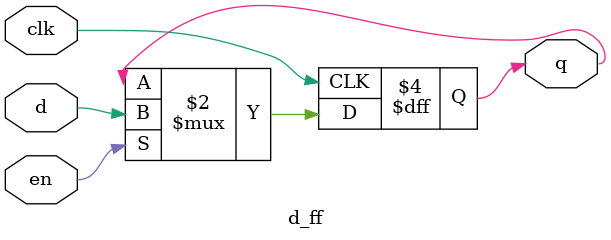
<source format=v>

`timescale 1ns / 1ps

module d_ff(
    input clk,          // system clock
    input d,            // data bit coming in
    input en,           // enable storing of data bit
    output reg q        // stored data bit
    );
    
    always @(posedge clk) begin
        if(en)
            q <= d;
    end
endmodule

</source>
